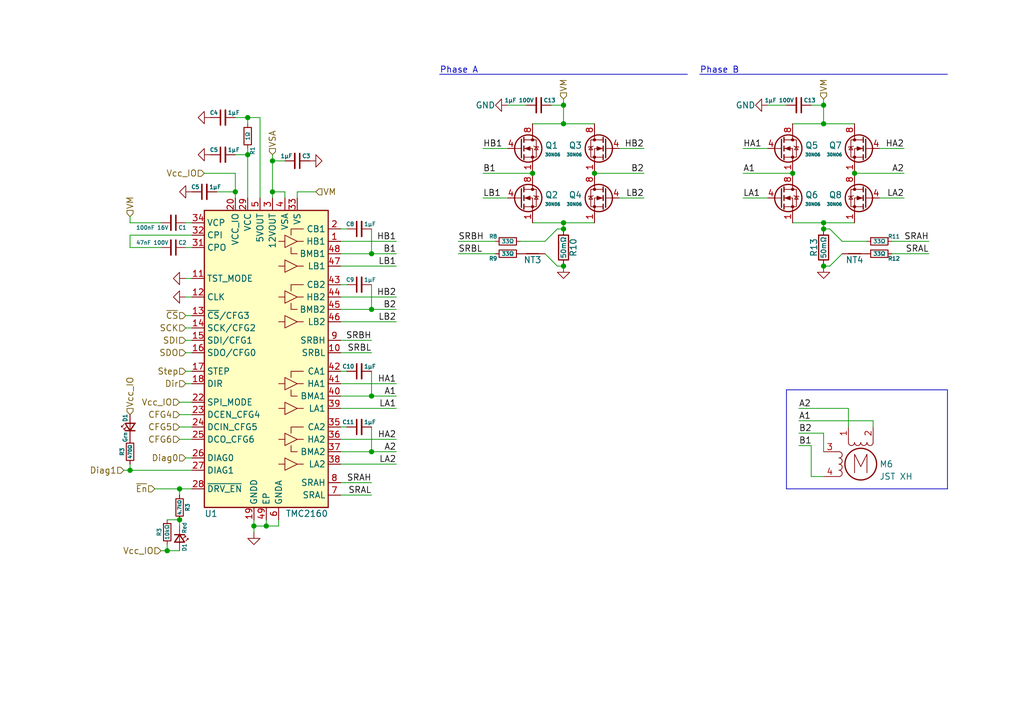
<source format=kicad_sch>
(kicad_sch (version 20231120) (generator "eeschema") (generator_version "8.0")
  (paper "A5")
  (title_block (title "Integrated TMCx160 Driver Block") (company "Meridi Engineering") (comment 1 "High voltage, high current stepper motor driver block powered by the TMC2160/5160 chip"))
  (lib_symbols
    (symbol "Device:C_Small" (pin_numbers hide) (pin_names (offset 0.254) hide)
      (property "Reference" "C" (at 0.254 1.778 0))
      (property "Value" "C_Small" (at 0.254 -2.032 0))
      (symbol "C_Small_0_1"
        (polyline (pts (xy -1.524 -0.508) (xy 1.524 -0.508)) (stroke (width 0.3302)))
        (polyline (pts (xy -1.524 0.508) (xy 1.524 0.508)) (stroke (width 0.3048)))
      )
      (symbol "C_Small_1_1"
        (pin passive line (at 0 2.54 270) (length 2.032) (name "~") (number "1"))
        (pin passive line (at 0 -2.54 90) (length 2.032) (name "~") (number "2"))
      )
    )
    (symbol "Device:LED_Small" (pin_numbers hide) (pin_names (offset 0.254) hide)
      (property "Reference" "D" (at -1.27 3.175 0))
      (property "Value" "LED_Small" (at -4.445 -2.54 0))
      (symbol "LED_Small_0_1"
        (polyline (pts (xy -0.762 -1.016) (xy -0.762 1.016)) (stroke (width 0.254)))
        (polyline (pts (xy 1.016 0) (xy -0.762 0)))
        (polyline (pts (xy 0.762 -1.016) (xy -0.762 0) (xy 0.762 1.016) (xy 0.762 -1.016)) (stroke (width 0.254)))
        (polyline (pts (xy 0 0.762) (xy -0.508 1.27) (xy -0.254 1.27) (xy -0.508 1.27) (xy -0.508 1.016)))
        (polyline (pts (xy 0.508 1.27) (xy 0 1.778) (xy 0.254 1.778) (xy 0 1.778) (xy 0 1.524)))
      )
      (symbol "LED_Small_1_1"
        (pin passive line (at -2.54 0 0) (length 1.778) (name "K") (number "1"))
        (pin passive line (at 2.54 0 180) (length 1.778) (name "A") (number "2"))
      )
    )
    (symbol "Device:NetTie_2" (pin_numbers hide) (pin_names (offset 0) hide) (in_bom no)
      (property "Reference" "NT" (at 0 1.27 0))
      (property "Value" "NetTie_2" (at 0 -1.27 0))
      (symbol "NetTie_2_0_1"
        (polyline (pts (xy -1.27 0) (xy 1.27 0)) (stroke (width 0.254)))
      )
      (symbol "NetTie_2_1_1"
        (pin passive line (at -2.54 0 0) (length 2.54) (name "1") (number "1"))
        (pin passive line (at 2.54 0 180) (length 2.54) (name "2") (number "2"))
      )
    )
    (symbol "Device:R" (pin_numbers hide) (pin_names (offset 0))
      (property "Reference" "R" (at 2.032 0 90))
      (property "Value" "R" (at 0 0 90))
      (symbol "R_0_1"
        (rectangle (start -1.016 -2.54) (end 1.016 2.54) (stroke (width 0.254)))
      )
      (symbol "R_1_1"
        (pin passive line (at 0 3.81 270) (length 1.27) (name "~") (number "1"))
        (pin passive line (at 0 -3.81 90) (length 1.27) (name "~") (number "2"))
      )
    )
    (symbol "Device:R_Small" (pin_numbers hide) (pin_names (offset 0.254) hide)
      (property "Reference" "R" (at 0.762 0.508 0))
      (property "Value" "R_Small" (at 0.762 -1.016 0))
      (symbol "R_Small_0_1"
        (rectangle (start -0.762 1.778) (end 0.762 -1.778) (stroke (width 0.2032)))
      )
      (symbol "R_Small_1_1"
        (pin passive line (at 0 2.54 270) (length 0.762) (name "~") (number "1"))
        (pin passive line (at 0 -2.54 90) (length 0.762) (name "~") (number "2"))
      )
    )
    (symbol "GND_1" (power) (pin_names (offset 0))
      (property "Value" "GND_1" (at 0 -3.81 0))
      (symbol "GND_1_0_1"
        (polyline (pts (xy 0 0) (xy 0 -1.27) (xy 1.27 -1.27) (xy 0 -2.54) (xy -1.27 -1.27) (xy 0 -1.27)))
      )
      (symbol "GND_1_1_1"
        (pin power_in line (at 0 0 270) (length 0) hide (name "GND") (number "1"))
      )
    )
    (symbol "Motor:Stepper_Motor_bipolar" (pin_names (offset 0) hide)
      (property "Reference" "M" (at 3.81 2.54 0))
      (property "Value" "Stepper_Motor_bipolar" (at 3.81 1.27 0))
      (symbol "Stepper_Motor_bipolar_0_0"
        (polyline (pts (xy -1.27 -1.778) (xy -1.27 2.032) (xy 0 -0.508) (xy 1.27 2.032) (xy 1.27 -1.778)))
      )
      (symbol "Stepper_Motor_bipolar_0_1"
        (arc (start -4.445 -2.54) (mid -3.8127 -1.905) (end -4.445 -1.27))
        (arc (start -4.445 -1.27) (mid -3.8127 -0.635) (end -4.445 0))
        (arc (start -4.445 0) (mid -3.8127 0.635) (end -4.445 1.27))
        (arc (start -4.445 1.27) (mid -3.8127 1.905) (end -4.445 2.54))
        (arc (start -2.54 4.445) (mid -1.905 3.8127) (end -1.27 4.445))
        (arc (start -1.27 4.445) (mid -0.635 3.8127) (end 0 4.445))
        (polyline (pts (xy -5.08 -2.54) (xy -4.445 -2.54)))
        (polyline (pts (xy -5.08 2.54) (xy -4.445 2.54)))
        (polyline (pts (xy -2.54 5.08) (xy -2.54 4.445)))
        (polyline (pts (xy 2.54 5.08) (xy 2.54 4.445)))
        (circle (center 0 0) (radius 3.2512) (stroke (width 0.254)))
        (arc (start 0 4.445) (mid 0.635 3.8127) (end 1.27 4.445))
        (arc (start 1.27 4.445) (mid 1.905 3.8127) (end 2.54 4.445))
      )
      (symbol "Stepper_Motor_bipolar_1_1"
        (pin passive line (at -2.54 7.62 270) (length 2.54) (name "~") (number "1"))
        (pin passive line (at 2.54 7.62 270) (length 2.54) (name "-") (number "2"))
        (pin passive line (at -7.62 2.54 0) (length 2.54) (name "~") (number "3"))
        (pin passive line (at -7.62 -2.54 0) (length 2.54) (name "~") (number "4"))
      )
    )
    (symbol "corevus:NMOS_DFN8" (pin_names hide)
      (property "Reference" "Q" (at 3.81 0 0))
      (property "Value" "NMOS" (at 3.81 -1.27 0))
      (symbol "NMOS_DFN8_0_1"
        (polyline (pts (xy -1.016 0) (xy -2.54 0)))
        (polyline (pts (xy -1.016 1.905) (xy -1.016 -1.905)) (stroke (width 0.254)))
        (polyline (pts (xy -0.508 -1.27) (xy -0.508 -2.286)) (stroke (width 0.254)))
        (polyline (pts (xy -0.508 0.508) (xy -0.508 -0.508)) (stroke (width 0.254)))
        (polyline (pts (xy -0.508 2.286) (xy -0.508 1.27)) (stroke (width 0.254)))
        (polyline (pts (xy 1.27 2.54) (xy 1.27 1.778)))
        (polyline (pts (xy 1.27 -2.54) (xy 1.27 0) (xy -0.508 0)))
        (polyline (pts (xy -0.508 -1.778) (xy 2.032 -1.778) (xy 2.032 1.778) (xy -0.508 1.778)))
        (polyline (pts (xy -0.254 0) (xy 0.762 0.381) (xy 0.762 -0.381) (xy -0.254 0)) (fill (type outline)))
        (polyline (pts (xy 1.524 0.508) (xy 1.651 0.381) (xy 2.413 0.381) (xy 2.54 0.254)))
        (polyline (pts (xy 2.032 0.381) (xy 1.651 -0.254) (xy 2.413 -0.254) (xy 2.032 0.381)))
        (circle (center 0.381 0) (radius 2.794) (stroke (width 0.254)))
        (circle (center 1.27 -1.778) (radius 0.254) (fill (type outline)))
        (circle (center 1.27 1.778) (radius 0.254) (fill (type outline)))
      )
      (symbol "NMOS_DFN8_1_1"
        (pin unspecified line (at 1.27 -5.08 90) (length 2.54) (name "S") (number "1"))
        (pin unspecified line (at 1.27 -5.08 90) (length 2.54) hide (name "S") (number "2"))
        (pin unspecified line (at 1.27 -5.08 90) (length 2.54) hide (name "S") (number "3"))
        (pin unspecified line (at -3.81 0 0) (length 1.27) (name "G") (number "4"))
        (pin unspecified line (at 1.27 5.08 270) (length 2.54) hide (name "D") (number "5"))
        (pin unspecified line (at 1.27 5.08 270) (length 2.54) hide (name "D") (number "6"))
        (pin unspecified line (at 1.27 5.08 270) (length 2.54) hide (name "D") (number "7"))
        (pin unspecified line (at 1.27 5.08 270) (length 2.54) (name "D") (number "8"))
      )
    )
    (symbol "corevus:TMC2160A-TA"
      (property "Reference" "U" (at -12.7 -31.75 0))
      (property "Value" "TMC2160" (at 12.7 -31.75 0))
      (symbol "TMC2160A-TA_0_1"
        (polyline (pts (xy 3.81 -21.59) (xy 2.54 -21.59)))
        (polyline (pts (xy 3.81 -16.51) (xy 2.54 -16.51)))
        (polyline (pts (xy 3.81 -10.16) (xy 2.54 -10.16)))
        (polyline (pts (xy 3.81 -5.08) (xy 2.54 -5.08)))
        (polyline (pts (xy 3.81 7.62) (xy 2.54 7.62)))
        (polyline (pts (xy 3.81 12.7) (xy 2.54 12.7)))
        (polyline (pts (xy 3.81 19.05) (xy 2.54 19.05)))
        (polyline (pts (xy 3.81 24.13) (xy 2.54 24.13)))
        (polyline (pts (xy 6.35 -21.59) (xy 7.62 -21.59)))
        (polyline (pts (xy 6.35 -10.16) (xy 7.62 -10.16)))
        (polyline (pts (xy 6.35 7.62) (xy 7.62 7.62)))
        (polyline (pts (xy 6.35 19.05) (xy 7.62 19.05)))
        (polyline (pts (xy 7.62 -16.51) (xy 6.35 -16.51)))
        (polyline (pts (xy 7.62 -5.08) (xy 6.35 -5.08)))
        (polyline (pts (xy 7.62 12.7) (xy 6.35 12.7)))
        (polyline (pts (xy 7.62 24.13) (xy 6.35 24.13)))
        (polyline (pts (xy 5.08 -17.78) (xy 5.08 -19.05) (xy 6.35 -19.05)))
        (polyline (pts (xy 5.08 -15.24) (xy 5.08 -13.97) (xy 7.62 -13.97)))
        (polyline (pts (xy 5.08 -6.35) (xy 5.08 -7.62) (xy 6.35 -7.62)))
        (polyline (pts (xy 5.08 -3.81) (xy 5.08 -2.54) (xy 7.62 -2.54)))
        (polyline (pts (xy 5.08 11.43) (xy 5.08 10.16) (xy 6.35 10.16)))
        (polyline (pts (xy 5.08 13.97) (xy 5.08 15.24) (xy 7.62 15.24)))
        (polyline (pts (xy 5.08 22.86) (xy 5.08 21.59) (xy 6.35 21.59)))
        (polyline (pts (xy 5.08 25.4) (xy 5.08 26.67) (xy 7.62 26.67)))
        (polyline (pts (xy 6.35 -21.59) (xy 3.81 -20.32) (xy 3.81 -22.86) (xy 6.35 -21.59)))
        (polyline (pts (xy 6.35 -16.51) (xy 3.81 -15.24) (xy 3.81 -17.78) (xy 6.35 -16.51)))
        (polyline (pts (xy 6.35 -10.16) (xy 3.81 -8.89) (xy 3.81 -11.43) (xy 6.35 -10.16)))
        (polyline (pts (xy 6.35 -5.08) (xy 3.81 -3.81) (xy 3.81 -6.35) (xy 6.35 -5.08)))
        (polyline (pts (xy 6.35 7.62) (xy 3.81 8.89) (xy 3.81 6.35) (xy 6.35 7.62)))
        (polyline (pts (xy 6.35 12.7) (xy 3.81 13.97) (xy 3.81 11.43) (xy 6.35 12.7)))
        (polyline (pts (xy 6.35 19.05) (xy 3.81 20.32) (xy 3.81 17.78) (xy 6.35 19.05)))
        (polyline (pts (xy 6.35 24.13) (xy 3.81 25.4) (xy 3.81 22.86) (xy 6.35 24.13)))
      )
      (symbol "TMC2160A-TA_1_1"
        (rectangle (start -12.7 30.48) (end 12.7 -30.48) (stroke (width 0.254)) (fill (type background)))
        (pin output line (at 15.24 24.13 180) (length 2.54) (name "HB1") (number "1"))
        (pin input line (at 15.24 1.27 180) (length 2.54) (name "SRBL") (number "10"))
        (pin input line (at -15.24 16.51 0) (length 2.54) (name "TST_MODE") (number "11"))
        (pin input line (at -15.24 12.7 0) (length 2.54) (name "CLK") (number "12"))
        (pin input line (at -15.24 8.89 0) (length 2.54) (name "~{CS}/CFG3") (number "13"))
        (pin input line (at -15.24 6.35 0) (length 2.54) (name "SCK/CFG2") (number "14"))
        (pin input line (at -15.24 3.81 0) (length 2.54) (name "SDI/CFG1") (number "15"))
        (pin passive line (at -15.24 1.27 0) (length 2.54) (name "SDO/CFG0") (number "16"))
        (pin input line (at -15.24 -2.54 0) (length 2.54) (name "STEP") (number "17"))
        (pin input line (at -15.24 -5.08 0) (length 2.54) (name "DIR") (number "18"))
        (pin power_in line (at -2.54 -33.02 90) (length 2.54) (name "GNDD") (number "19"))
        (pin output line (at 15.24 26.67 180) (length 2.54) (name "CB1") (number "2"))
        (pin power_in line (at -6.35 33.02 270) (length 2.54) (name "VCC_IO") (number "20"))
        (pin passive line (at -6.35 33.02 270) (length 2.54) hide (name "VCC_IO") (number "21"))
        (pin input line (at -15.24 -8.89 0) (length 2.54) (name "SPI_MODE") (number "22"))
        (pin input line (at -15.24 -11.43 0) (length 2.54) (name "DCEN_CFG4") (number "23"))
        (pin input line (at -15.24 -13.97 0) (length 2.54) (name "DCIN_CFG5") (number "24"))
        (pin output line (at -15.24 -16.51 0) (length 2.54) (name "DCO_CFG6") (number "25"))
        (pin output line (at -15.24 -20.32 0) (length 2.54) (name "DIAG0") (number "26"))
        (pin output line (at -15.24 -22.86 0) (length 2.54) (name "DIAG1") (number "27"))
        (pin input line (at -15.24 -26.67 0) (length 2.54) (name "~{DRV_EN}") (number "28"))
        (pin power_in line (at -3.81 33.02 270) (length 2.54) (name "VCC") (number "29"))
        (pin power_in line (at 1.27 33.02 270) (length 2.54) (name "12VOUT") (number "3"))
        (pin passive line (at -2.54 -33.02 90) (length 2.54) hide (name "GNDD") (number "30"))
        (pin passive line (at -15.24 22.86 0) (length 2.54) (name "CPO") (number "31"))
        (pin passive line (at -15.24 25.4 0) (length 2.54) (name "CPI") (number "32"))
        (pin power_in line (at 6.35 33.02 270) (length 2.54) (name "VS") (number "33"))
        (pin passive line (at -15.24 27.94 0) (length 2.54) (name "VCP") (number "34"))
        (pin passive line (at 15.24 -13.97 180) (length 2.54) (name "CA2") (number "35"))
        (pin output line (at 15.24 -16.51 180) (length 2.54) (name "HA2") (number "36"))
        (pin passive line (at 15.24 -19.05 180) (length 2.54) (name "BMA2") (number "37"))
        (pin output line (at 15.24 -21.59 180) (length 2.54) (name "LA2") (number "38"))
        (pin output line (at 15.24 -10.16 180) (length 2.54) (name "LA1") (number "39"))
        (pin power_in line (at 3.81 33.02 270) (length 2.54) (name "VSA") (number "4"))
        (pin passive line (at 15.24 -7.62 180) (length 2.54) (name "BMA1") (number "40"))
        (pin output line (at 15.24 -5.08 180) (length 2.54) (name "HA1") (number "41"))
        (pin output line (at 15.24 -2.54 180) (length 2.54) (name "CA1") (number "42"))
        (pin passive line (at 15.24 15.24 180) (length 2.54) (name "CB2") (number "43"))
        (pin output line (at 15.24 12.7 180) (length 2.54) (name "HB2") (number "44"))
        (pin passive line (at 15.24 10.16 180) (length 2.54) (name "BMB2") (number "45"))
        (pin output line (at 15.24 7.62 180) (length 2.54) (name "LB2") (number "46"))
        (pin output line (at 15.24 19.05 180) (length 2.54) (name "LB1") (number "47"))
        (pin passive line (at 15.24 21.59 180) (length 2.54) (name "BMB1") (number "48"))
        (pin power_in line (at 0 -33.02 90) (length 2.54) (name "EP") (number "49"))
        (pin power_out line (at -1.27 33.02 270) (length 2.54) (name "5VOUT") (number "5"))
        (pin power_in line (at 2.54 -33.02 90) (length 2.54) (name "GNDA") (number "6"))
        (pin input line (at 15.24 -27.94 180) (length 2.54) (name "SRAL") (number "7"))
        (pin input line (at 15.24 -25.4 180) (length 2.54) (name "SRAH") (number "8"))
        (pin input line (at 15.24 3.81 180) (length 2.54) (name "SRBH") (number "9"))
      )
    )
    (symbol "power:GND" (power) (pin_names (offset 0))
      (property "Value" "GND" (at 0 -3.81 0))
      (symbol "GND_0_1"
        (polyline (pts (xy 0 0) (xy 0 -1.27) (xy 1.27 -1.27) (xy 0 -2.54) (xy -1.27 -1.27) (xy 0 -1.27)))
      )
      (symbol "GND_1_1"
        (pin power_in line (at 0 0 270) (length 0) hide (name "GND") (number "1"))
      )
    )
  )
  (junction (at 168.91 25.4))
  (junction (at 168.91 45.72))
  (junction (at 54.61 107.95))
  (junction (at 76.2 63.5))
  (junction (at 55.88 33.02))
  (junction (at 121.92 35.56))
  (junction (at 168.91 54.61))
  (junction (at 115.57 54.61))
  (junction (at 76.2 52.07))
  (junction (at 55.88 39.37))
  (junction (at 115.57 45.72))
  (junction (at 50.8 31.75))
  (junction (at 109.22 35.56))
  (junction (at 175.26 35.56))
  (junction (at 115.57 21.59))
  (junction (at 115.57 25.4))
  (junction (at 168.91 46.99))
  (junction (at 48.26 39.37))
  (junction (at 36.83 106.68))
  (junction (at 26.67 96.52))
  (junction (at 76.2 92.71))
  (junction (at 34.29 113.03))
  (junction (at 162.56 35.56))
  (junction (at 76.2 81.28))
  (junction (at 36.83 100.33))
  (junction (at 115.57 46.99))
  (junction (at 52.07 107.95))
  (junction (at 50.8 24.13))
  (junction (at 168.91 21.59))
  (wire (pts (xy 34.29 113.03) (xy 36.83 113.03)))
  (wire (pts (xy 76.2 63.5) (xy 81.28 63.5)))
  (wire (pts (xy 55.88 31.75) (xy 55.88 33.02)))
  (wire (pts (xy 170.18 46.99) (xy 168.91 46.99)))
  (wire (pts (xy 38.1 93.98) (xy 39.37 93.98)))
  (wire (pts (xy 69.85 60.96) (xy 81.28 60.96)))
  (polyline (pts (xy 143.51 15.24) (xy 194.31 15.24)))
  (wire (pts (xy 53.34 40.64) (xy 53.34 24.13)))
  (wire (pts (xy 115.57 45.72) (xy 121.92 45.72)))
  (wire (pts (xy 173.99 83.82) (xy 173.99 87.63)))
  (wire (pts (xy 76.2 92.71) (xy 69.85 92.71)))
  (wire (pts (xy 38.1 72.39) (xy 39.37 72.39)))
  (wire (pts (xy 168.91 21.59) (xy 168.91 25.4)))
  (wire (pts (xy 38.1 76.2) (xy 39.37 76.2)))
  (wire (pts (xy 185.42 30.48) (xy 180.34 30.48)))
  (wire (pts (xy 168.91 20.32) (xy 168.91 21.59)))
  (wire (pts (xy 48.26 24.13) (xy 50.8 24.13)))
  (wire (pts (xy 76.2 63.5) (xy 69.85 63.5)))
  (wire (pts (xy 54.61 106.68) (xy 54.61 107.95)))
  (wire (pts (xy 26.67 95.25) (xy 26.67 96.52)))
  (polyline (pts (xy 194.31 100.33) (xy 194.31 80.01)))
  (wire (pts (xy 53.34 24.13) (xy 50.8 24.13)))
  (wire (pts (xy 76.2 99.06) (xy 69.85 99.06)))
  (wire (pts (xy 152.4 40.64) (xy 157.48 40.64)))
  (wire (pts (xy 69.85 54.61) (xy 81.28 54.61)))
  (wire (pts (xy 76.2 92.71) (xy 81.28 92.71)))
  (wire (pts (xy 54.61 107.95) (xy 57.15 107.95)))
  (wire (pts (xy 121.92 35.56) (xy 132.08 35.56)))
  (wire (pts (xy 99.06 30.48) (xy 104.14 30.48)))
  (wire (pts (xy 71.12 46.99) (xy 69.85 46.99)))
  (wire (pts (xy 163.83 83.82) (xy 173.99 83.82)))
  (wire (pts (xy 168.91 88.9) (xy 168.91 92.71)))
  (wire (pts (xy 152.4 30.48) (xy 157.48 30.48)))
  (wire (pts (xy 60.96 39.37) (xy 60.96 40.64)))
  (wire (pts (xy 50.8 31.75) (xy 50.8 40.64)))
  (wire (pts (xy 33.02 113.03) (xy 34.29 113.03)))
  (wire (pts (xy 76.2 58.42) (xy 76.2 63.5)))
  (wire (pts (xy 64.77 39.37) (xy 60.96 39.37)))
  (wire (pts (xy 36.83 82.55) (xy 39.37 82.55)))
  (wire (pts (xy 36.83 85.09) (xy 39.37 85.09)))
  (wire (pts (xy 168.91 45.72) (xy 168.91 46.99)))
  (wire (pts (xy 44.45 39.37) (xy 48.26 39.37)))
  (wire (pts (xy 58.42 33.02) (xy 55.88 33.02)))
  (wire (pts (xy 190.5 52.07) (xy 182.88 52.07)))
  (wire (pts (xy 162.56 25.4) (xy 168.91 25.4)))
  (wire (pts (xy 76.2 87.63) (xy 76.2 92.71)))
  (wire (pts (xy 36.83 90.17) (xy 39.37 90.17)))
  (polyline (pts (xy 90.17 15.24) (xy 140.97 15.24)))
  (wire (pts (xy 168.91 45.72) (xy 175.26 45.72)))
  (wire (pts (xy 26.67 48.26) (xy 26.67 50.8)))
  (wire (pts (xy 93.98 49.53) (xy 101.6 49.53)))
  (wire (pts (xy 48.26 31.75) (xy 50.8 31.75)))
  (wire (pts (xy 54.61 107.95) (xy 52.07 107.95)))
  (wire (pts (xy 76.2 52.07) (xy 81.28 52.07)))
  (wire (pts (xy 58.42 39.37) (xy 58.42 40.64)))
  (wire (pts (xy 25.4 96.52) (xy 26.67 96.52)))
  (wire (pts (xy 31.75 100.33) (xy 36.83 100.33)))
  (wire (pts (xy 163.83 91.44) (xy 166.37 91.44)))
  (wire (pts (xy 38.1 60.96) (xy 39.37 60.96)))
  (wire (pts (xy 132.08 40.64) (xy 127 40.64)))
  (wire (pts (xy 55.88 39.37) (xy 55.88 40.64)))
  (wire (pts (xy 52.07 109.22) (xy 52.07 107.95)))
  (wire (pts (xy 76.2 69.85) (xy 69.85 69.85)))
  (wire (pts (xy 115.57 25.4) (xy 121.92 25.4)))
  (wire (pts (xy 115.57 20.32) (xy 115.57 21.59)))
  (wire (pts (xy 111.76 52.07) (xy 114.3 54.61)))
  (wire (pts (xy 109.22 25.4) (xy 115.57 25.4)))
  (wire (pts (xy 34.29 113.03) (xy 34.29 111.76)))
  (wire (pts (xy 115.57 45.72) (xy 115.57 46.99)))
  (wire (pts (xy 38.1 57.15) (xy 39.37 57.15)))
  (wire (pts (xy 163.83 88.9) (xy 168.91 88.9)))
  (wire (pts (xy 26.67 48.26) (xy 39.37 48.26)))
  (wire (pts (xy 111.76 49.53) (xy 106.68 49.53)))
  (wire (pts (xy 170.18 54.61) (xy 168.91 54.61)))
  (wire (pts (xy 166.37 21.59) (xy 168.91 21.59)))
  (wire (pts (xy 38.1 69.85) (xy 39.37 69.85)))
  (wire (pts (xy 115.57 21.59) (xy 115.57 25.4)))
  (wire (pts (xy 166.37 97.79) (xy 168.91 97.79)))
  (polyline (pts (xy 161.29 100.33) (xy 194.31 100.33)))
  (wire (pts (xy 76.2 52.07) (xy 69.85 52.07)))
  (wire (pts (xy 71.12 87.63) (xy 69.85 87.63)))
  (wire (pts (xy 50.8 24.13) (xy 50.8 25.4)))
  (polyline (pts (xy 161.29 80.01) (xy 161.29 100.33)))
  (wire (pts (xy 114.3 46.99) (xy 115.57 46.99)))
  (wire (pts (xy 172.72 49.53) (xy 177.8 49.53)))
  (wire (pts (xy 114.3 54.61) (xy 115.57 54.61)))
  (wire (pts (xy 41.91 35.56) (xy 48.26 35.56)))
  (wire (pts (xy 36.83 100.33) (xy 36.83 101.6)))
  (wire (pts (xy 69.85 49.53) (xy 81.28 49.53)))
  (wire (pts (xy 48.26 39.37) (xy 48.26 40.64)))
  (wire (pts (xy 163.83 86.36) (xy 179.07 86.36)))
  (wire (pts (xy 172.72 49.53) (xy 170.18 46.99)))
  (wire (pts (xy 69.85 78.74) (xy 81.28 78.74)))
  (wire (pts (xy 26.67 44.45) (xy 26.67 45.72)))
  (wire (pts (xy 185.42 40.64) (xy 180.34 40.64)))
  (wire (pts (xy 71.12 58.42) (xy 69.85 58.42)))
  (wire (pts (xy 76.2 46.99) (xy 76.2 52.07)))
  (wire (pts (xy 99.06 35.56) (xy 109.22 35.56)))
  (wire (pts (xy 55.88 39.37) (xy 58.42 39.37)))
  (wire (pts (xy 52.07 107.95) (xy 52.07 106.68)))
  (wire (pts (xy 34.29 106.68) (xy 36.83 106.68)))
  (wire (pts (xy 50.8 30.48) (xy 50.8 31.75)))
  (wire (pts (xy 168.91 25.4) (xy 175.26 25.4)))
  (wire (pts (xy 69.85 83.82) (xy 81.28 83.82)))
  (wire (pts (xy 152.4 35.56) (xy 162.56 35.56)))
  (wire (pts (xy 93.98 52.07) (xy 101.6 52.07)))
  (wire (pts (xy 115.57 45.72) (xy 109.22 45.72)))
  (wire (pts (xy 71.12 76.2) (xy 69.85 76.2)))
  (wire (pts (xy 55.88 33.02) (xy 55.88 39.37)))
  (wire (pts (xy 113.03 21.59) (xy 115.57 21.59)))
  (wire (pts (xy 162.56 45.72) (xy 168.91 45.72)))
  (wire (pts (xy 76.2 76.2) (xy 76.2 81.28)))
  (wire (pts (xy 132.08 30.48) (xy 127 30.48)))
  (wire (pts (xy 175.26 35.56) (xy 185.42 35.56)))
  (wire (pts (xy 76.2 101.6) (xy 69.85 101.6)))
  (wire (pts (xy 38.1 50.8) (xy 39.37 50.8)))
  (wire (pts (xy 26.67 45.72) (xy 33.02 45.72)))
  (wire (pts (xy 99.06 40.64) (xy 104.14 40.64)))
  (wire (pts (xy 69.85 95.25) (xy 81.28 95.25)))
  (wire (pts (xy 57.15 107.95) (xy 57.15 106.68)))
  (wire (pts (xy 69.85 90.17) (xy 81.28 90.17)))
  (wire (pts (xy 26.67 50.8) (xy 33.02 50.8)))
  (wire (pts (xy 36.83 107.95) (xy 36.83 106.68)))
  (wire (pts (xy 69.85 66.04) (xy 81.28 66.04)))
  (wire (pts (xy 157.48 21.59) (xy 161.29 21.59)))
  (wire (pts (xy 76.2 81.28) (xy 69.85 81.28)))
  (wire (pts (xy 38.1 78.74) (xy 39.37 78.74)))
  (wire (pts (xy 76.2 72.39) (xy 69.85 72.39)))
  (wire (pts (xy 38.1 64.77) (xy 39.37 64.77)))
  (wire (pts (xy 36.83 87.63) (xy 39.37 87.63)))
  (wire (pts (xy 179.07 86.36) (xy 179.07 87.63)))
  (wire (pts (xy 36.83 100.33) (xy 39.37 100.33)))
  (wire (pts (xy 111.76 49.53) (xy 114.3 46.99)))
  (wire (pts (xy 38.1 67.31) (xy 39.37 67.31)))
  (wire (pts (xy 104.14 21.59) (xy 107.95 21.59)))
  (wire (pts (xy 172.72 52.07) (xy 170.18 54.61)))
  (wire (pts (xy 190.5 49.53) (xy 182.88 49.53)))
  (wire (pts (xy 48.26 35.56) (xy 48.26 39.37)))
  (wire (pts (xy 166.37 91.44) (xy 166.37 97.79)))
  (wire (pts (xy 38.1 45.72) (xy 39.37 45.72)))
  (wire (pts (xy 26.67 96.52) (xy 39.37 96.52)))
  (polyline (pts (xy 161.29 80.01) (xy 194.31 80.01)))
  (wire (pts (xy 76.2 81.28) (xy 81.28 81.28)))
  (text "Phase A" (at 90.17 15.24 0) (effects (font (size 1.27 1.27)) (justify left bottom)))
  (text "Phase B" (at 143.51 15.24 0) (effects (font (size 1.27 1.27)) (justify left bottom)))
  (label "HB2" (at 81.28 60.96 180))
  (label "LA2" (at 81.28 95.25 180))
  (label "B2" (at 132.08 35.56 180))
  (label "SRAH" (at 190.5 49.53 180))
  (label "A1" (at 163.83 86.36 0))
  (label "LB1" (at 81.28 54.61 180))
  (label "HA2" (at 185.42 30.48 180))
  (label "A1" (at 152.4 35.56 0))
  (label "A2" (at 163.83 83.82 0))
  (label "LA2" (at 185.42 40.64 180))
  (label "LB1" (at 99.06 40.64 0))
  (label "HA1" (at 81.28 78.74 180))
  (label "HA1" (at 152.4 30.48 0))
  (label "A2" (at 185.42 35.56 180))
  (label "A1" (at 81.28 81.28 180))
  (label "B1" (at 163.83 91.44 0))
  (label "SRBL" (at 93.98 52.07 0))
  (label "B1" (at 81.28 52.07 180))
  (label "B1" (at 99.06 35.56 0))
  (label "LB2" (at 81.28 66.04 180))
  (label "HB2" (at 132.08 30.48 180))
  (label "SRAL" (at 190.5 52.07 180))
  (label "SRBH" (at 76.2 69.85 180))
  (label "B2" (at 81.28 63.5 180))
  (label "A2" (at 81.28 92.71 180))
  (label "SRAL" (at 76.2 101.6 180))
  (label "SRBH" (at 93.98 49.53 0))
  (label "LA1" (at 81.28 83.82 180))
  (label "HB1" (at 99.06 30.48 0))
  (label "LA1" (at 152.4 40.64 0))
  (label "HA2" (at 81.28 90.17 180))
  (label "HB1" (at 81.28 49.53 180))
  (label "B2" (at 163.83 88.9 0))
  (label "LB2" (at 132.08 40.64 180))
  (label "SRBL" (at 76.2 72.39 180))
  (label "SRAH" (at 76.2 99.06 180))
  (hierarchical_label "Diag1" (shape input) (at 25.4 96.52 180))
  (hierarchical_label "VM" (shape input) (at 64.77 39.37 0))
  (hierarchical_label "CFG4" (shape input) (at 36.83 85.09 180))
  (hierarchical_label "Vcc_IO" (shape input) (at 41.91 35.56 180))
  (hierarchical_label "SCK" (shape input) (at 38.1 67.31 180))
  (hierarchical_label "VSA" (shape input) (at 55.88 31.75 90))
  (hierarchical_label "SDO" (shape input) (at 38.1 72.39 180))
  (hierarchical_label "Vcc_IO" (shape input) (at 26.67 85.09 90))
  (hierarchical_label "Vcc_IO" (shape input) (at 33.02 113.03 180))
  (hierarchical_label "SDI" (shape input) (at 38.1 69.85 180))
  (hierarchical_label "~{CS}" (shape input) (at 38.1 64.77 180))
  (hierarchical_label "VM" (shape input) (at 168.91 20.32 90))
  (hierarchical_label "Vcc_IO" (shape input) (at 36.83 82.55 180))
  (hierarchical_label "Diag0" (shape input) (at 38.1 93.98 180))
  (hierarchical_label "~{En}" (shape input) (at 31.75 100.33 180))
  (hierarchical_label "Step" (shape input) (at 38.1 76.2 180))
  (hierarchical_label "Dir" (shape input) (at 38.1 78.74 180))
  (hierarchical_label "CFG6" (shape input) (at 36.83 90.17 180))
  (hierarchical_label "VM" (shape input) (at 26.67 44.45 90))
  (hierarchical_label "CFG5" (shape input) (at 36.83 87.63 180))
  (hierarchical_label "VM" (shape input) (at 115.57 20.32 90))
  (symbol (lib_id "Device:R_Small") (at 180.34 52.07 90) (mirror x) (unit 1)
    (property "Reference" "R12" (at 183.34 53.07 90) (effects (font (size 0.8 0.8))))
    (property "Value" "33Ω" (at 180.34 52.07 90) (effects (font (size 0.8 0.8))))
    (property "Footprint" "AlphaLib:0402R" (effects (hide yes)))
    (instances (project "driver-tmc2160" (path "" (reference "R12") (unit 1))) (project "corevus-g" (path "" (reference "R46") (unit 1)) (path "" (reference "R38") (unit 1))))
  )
  (symbol (lib_id "Device:R") (at 115.57 50.8 0) (unit 1)
    (property "Reference" "R10" (at 116.84 50.8 90) (effects (justify top)))
    (property "Value" "50mΩ" (at 115.57 50.8 90) (effects (font (size 1 1))))
    (property "Footprint" "Resistor_SMD:R_1206_3216Metric" (effects (hide yes)))
    (instances (project "driver-tmc2160" (path "" (reference "R10") (unit 1))) (project "corevus-g" (path "" (reference "R43") (unit 1)) (path "" (reference "R35") (unit 1))))
  )
  (symbol (lib_id "Device:C_Small") (at 35.56 50.8 270) (unit 1)
    (property "Reference" "C2" (at 36.56 49.8 90) (effects (font (size 0.8 0.8)) (justify left)))
    (property "Value" "47nF 100V" (at 34.56 49.8 90) (effects (font (size 0.8 0.8)) (justify right)))
    (property "Footprint" "AlphaLib:0402C" (effects (hide yes)))
    (instances (project "driver-tmc5160" (path "" (reference "C2") (unit 1))) (project "corevus-g" (path "" (reference "C55") (unit 1)) (path "" (reference "C40") (unit 1))))
  )
  (symbol (lib_id "Device:R_Small") (at 34.29 109.22 0) (mirror x) (unit 1)
    (property "Reference" "R3" (at 32.66 109.22 90) (effects (font (size 0.8 0.8))))
    (property "Value" "10kΩ" (at 34.29 109.22 90) (effects (font (size 0.8 0.8))))
    (property "Footprint" "AlphaLib:0402R" (effects (hide yes)))
    (instances (project "driver-tmc5160" (path "" (reference "R3") (unit 1))) (project "corevus-g" (path "" (reference "R107") (unit 1)) (path "" (reference "R106") (unit 1))))
  )
  (symbol (lib_id "Device:R") (at 168.91 50.8 0) (mirror y) (unit 1)
    (property "Reference" "R13" (at 167.64 50.8 90) (effects (justify top)))
    (property "Value" "50mΩ" (at 168.91 50.8 90) (effects (font (size 1 1))))
    (property "Footprint" "Resistor_SMD:R_1206_3216Metric" (effects (hide yes)))
    (instances (project "driver-tmc2160" (path "" (reference "R13") (unit 1))) (project "corevus-g" (path "" (reference "R44") (unit 1)) (path "" (reference "R36") (unit 1))))
  )
  (symbol (lib_id "power:GND") (at 38.1 57.15 270) (unit 1)
    (property "Reference" "#PWR06" (effects (hide yes)))
    (property "Value" "GND" (effects (hide yes)))
    (instances (project "driver-tmc5160" (path "" (reference "#PWR06") (unit 1))) (project "corevus-g" (path "" (reference "#PWR025") (unit 1)) (path "" (reference "#PWR020") (unit 1))))
  )
  (symbol (lib_id "Device:C_Small") (at 73.66 76.2 90) (mirror x) (unit 1)
    (property "Reference" "C10" (at 72.66 75.2 90) (effects (font (size 0.8 0.8)) (justify left)))
    (property "Value" "1μF" (at 74.66 75.2 90) (effects (font (size 0.8 0.8)) (justify right)))
    (property "Footprint" "AlphaLib:0402C" (effects (hide yes)))
    (instances (project "driver-tmc2160" (path "" (reference "C10") (unit 1))) (project "corevus-g" (path "" (reference "C64") (unit 1)) (path "" (reference "C49") (unit 1))))
  )
  (symbol (lib_id "corevus:NMOS_DFN8") (at 161.29 30.48 0) (unit 1)
    (property "Reference" "Q5" (at 165.1 29.845 0) (effects (justify left)))
    (property "Value" "30N06" (at 165.1 31.75 0) (effects (font (size 0.635 0.635)) (justify left)))
    (property "Footprint" "corevus:MOSFET_DFN8" (effects (hide yes)))
    (instances (project "driver-tmc2160" (path "" (reference "Q5") (unit 1))) (project "corevus-g" (path "" (reference "Q13") (unit 1)) (path "" (reference "Q5") (unit 1))))
  )
  (symbol (lib_id "Device:C_Small") (at 73.66 46.99 90) (mirror x) (unit 1)
    (property "Reference" "C8" (at 72.66 45.99 90) (effects (font (size 0.8 0.8)) (justify left)))
    (property "Value" "1μF" (at 74.66 45.99 90) (effects (font (size 0.8 0.8)) (justify right)))
    (property "Footprint" "AlphaLib:0402C" (effects (hide yes)))
    (instances (project "driver-tmc2160" (path "" (reference "C8") (unit 1))) (project "corevus-g" (path "" (reference "C62") (unit 1)) (path "" (reference "C47") (unit 1))))
  )
  (symbol (lib_id "power:GND") (at 43.18 24.13 270) (unit 1)
    (property "Reference" "#PWR02" (effects (hide yes)))
    (property "Value" "GND" (effects (hide yes)))
    (instances (project "driver-tmc5160" (path "" (reference "#PWR02") (unit 1))) (project "corevus-g" (path "" (reference "#PWR0146") (unit 1)) (path "" (reference "#PWR0134") (unit 1))))
  )
  (symbol (lib_id "Device:NetTie_2") (at 109.22 52.07 0) (mirror x) (unit 1) (in_bom no)
    (property "Reference" "NT3" (at 109.22 53.34 0))
    (property "Value" "NetTie_2" (effects (hide yes)))
    (property "Footprint" "corevus:NetTie-2_SMD_Pad0.1mm" (effects (hide yes)))
    (instances (project "corevus-g" (path "" (reference "NT3") (unit 1)) (path "" (reference "NT5") (unit 1))))
  )
  (symbol (lib_name "GND_1") (lib_id "power:GND") (at 104.14 21.59 270) (unit 1)
    (property "Reference" "#PWR016" (effects (hide yes)))
    (property "Value" "GND" (at 101.6 21.59 90) (effects (justify right)))
    (instances (project "driver-tmc5160" (path "" (reference "#PWR016") (unit 1))) (project "corevus-g" (path "" (reference "#PWR0151") (unit 1)) (path "" (reference "#PWR0139") (unit 1))))
  )
  (symbol (lib_id "Device:R_Small") (at 26.67 92.71 0) (unit 1)
    (property "Reference" "R3" (at 25.04 92.71 90) (effects (font (size 0.8 0.8))))
    (property "Value" "470Ω" (at 26.67 92.71 90) (effects (font (size 0.7 0.7))))
    (property "Footprint" "AlphaLib:0402R" (effects (hide yes)))
    (instances (project "driver-tmc5160" (path "" (reference "R3") (unit 1))) (project "corevus-g" (path "" (reference "R119") (unit 1)) (path "" (reference "R118") (unit 1))))
  )
  (symbol (lib_id "Device:C_Small") (at 45.72 24.13 90) (mirror x) (unit 1)
    (property "Reference" "C4" (at 44.72 23.13 90) (effects (font (size 0.8 0.8)) (justify left)))
    (property "Value" "1μF" (at 46.72 23.13 90) (effects (font (size 0.8 0.8)) (justify right)))
    (property "Footprint" "AlphaLib:0402C" (effects (hide yes)))
    (instances (project "driver-tmc5160" (path "" (reference "C4") (unit 1))) (project "corevus-g" (path "" (reference "C57") (unit 1)) (path "" (reference "C42") (unit 1))))
  )
  (symbol (lib_id "power:GND") (at 168.91 54.61 0) (unit 1)
    (property "Reference" "#PWR038" (effects (hide yes)))
    (property "Value" "GND" (effects (hide yes)))
    (instances (project "driver-tmc2160" (path "" (reference "#PWR038") (unit 1))) (project "corevus-g" (path "" (reference "#PWR0142") (unit 1)) (path "" (reference "#PWR044") (unit 1))))
  )
  (symbol (lib_id "corevus:NMOS_DFN8") (at 107.95 40.64 0) (unit 1)
    (property "Reference" "Q2" (at 111.76 40.005 0) (effects (justify left)))
    (property "Value" "30N06" (at 111.76 41.91 0) (effects (font (size 0.635 0.635)) (justify left)))
    (property "Footprint" "corevus:MOSFET_DFN8" (effects (hide yes)))
    (instances (project "driver-tmc2160" (path "" (reference "Q2") (unit 1))) (project "corevus-g" (path "" (reference "Q15") (unit 1)) (path "" (reference "Q7") (unit 1))))
  )
  (symbol (lib_id "Device:R_Small") (at 180.34 49.53 90) (unit 1)
    (property "Reference" "R11" (at 183.34 48.53 90) (effects (font (size 0.8 0.8))))
    (property "Value" "33Ω" (at 180.34 49.53 90) (effects (font (size 0.8 0.8))))
    (property "Footprint" "AlphaLib:0402R" (effects (hide yes)))
    (instances (project "driver-tmc2160" (path "" (reference "R11") (unit 1))) (project "corevus-g" (path "" (reference "R42") (unit 1)) (path "" (reference "R34") (unit 1))))
  )
  (symbol (lib_id "corevus:NMOS_DFN8") (at 161.29 40.64 0) (unit 1)
    (property "Reference" "Q6" (at 165.1 40.005 0) (effects (justify left)))
    (property "Value" "30N06" (at 165.1 41.91 0) (effects (font (size 0.635 0.635)) (justify left)))
    (property "Footprint" "corevus:MOSFET_DFN8" (effects (hide yes)))
    (instances (project "driver-tmc2160" (path "" (reference "Q6") (unit 1))) (project "corevus-g" (path "" (reference "Q17") (unit 1)) (path "" (reference "Q9") (unit 1))))
  )
  (symbol (lib_id "power:GND") (at 115.57 54.61 0) (mirror y) (unit 1)
    (property "Reference" "#PWR036" (effects (hide yes)))
    (property "Value" "GND" (effects (hide yes)))
    (instances (project "driver-tmc2160" (path "" (reference "#PWR036") (unit 1))) (project "corevus-g" (path "" (reference "#PWR0140") (unit 1)) (path "" (reference "#PWR042") (unit 1))))
  )
  (symbol (lib_id "corevus:NMOS_DFN8") (at 176.53 40.64 0) (mirror y) (unit 1)
    (property "Reference" "Q8" (at 172.72 40.005 0) (effects (justify left)))
    (property "Value" "30N06" (at 172.72 41.91 0) (effects (font (size 0.635 0.635)) (justify left)))
    (property "Footprint" "corevus:MOSFET_DFN8" (effects (hide yes)))
    (instances (project "driver-tmc2160" (path "" (reference "Q8") (unit 1))) (project "corevus-g" (path "" (reference "Q18") (unit 1)) (path "" (reference "Q10") (unit 1))))
  )
  (symbol (lib_id "corevus:NMOS_DFN8") (at 123.19 30.48 0) (mirror y) (unit 1)
    (property "Reference" "Q3" (at 119.38 29.845 0) (effects (justify left)))
    (property "Value" "30N06" (at 119.38 31.75 0) (effects (font (size 0.635 0.635)) (justify left)))
    (property "Footprint" "corevus:MOSFET_DFN8" (effects (hide yes)))
    (instances (project "driver-tmc2160" (path "" (reference "Q3") (unit 1))) (project "corevus-g" (path "" (reference "Q12") (unit 1)) (path "" (reference "Q4") (unit 1))))
  )
  (symbol (lib_id "power:GND") (at 39.37 39.37 270) (unit 1)
    (property "Reference" "#PWR02" (effects (hide yes)))
    (property "Value" "GND" (effects (hide yes)))
    (instances (project "driver-tmc5160" (path "" (reference "#PWR02") (unit 1))) (project "corevus-g" (path "" (reference "#PWR0145") (unit 1)) (path "" (reference "#PWR0133") (unit 1))))
  )
  (symbol (lib_id "Device:C_Small") (at 163.83 21.59 270) (unit 1)
    (property "Reference" "C13" (at 164.83 20.59 90) (effects (font (size 0.8 0.8)) (justify left)))
    (property "Value" "1μF 100V" (at 162.83 20.59 90) (effects (font (size 0.8 0.8)) (justify right)))
    (property "Footprint" "Capacitor_SMD:C_1206_3216Metric" (effects (hide yes)))
    (instances (project "driver-tmc5160" (path "" (reference "C13") (unit 1))) (project "corevus-g" (path "" (reference "C67") (unit 1)) (path "" (reference "C52") (unit 1))))
  )
  (symbol (lib_id "Device:C_Small") (at 73.66 58.42 90) (mirror x) (unit 1)
    (property "Reference" "C9" (at 72.66 57.42 90) (effects (font (size 0.8 0.8)) (justify left)))
    (property "Value" "1μF" (at 74.66 57.42 90) (effects (font (size 0.8 0.8)) (justify right)))
    (property "Footprint" "AlphaLib:0402C" (effects (hide yes)))
    (instances (project "driver-tmc2160" (path "" (reference "C9") (unit 1))) (project "corevus-g" (path "" (reference "C63") (unit 1)) (path "" (reference "C48") (unit 1))))
  )
  (symbol (lib_id "power:GND") (at 63.5 33.02 90) (unit 1)
    (property "Reference" "#PWR02" (effects (hide yes)))
    (property "Value" "GND" (effects (hide yes)))
    (instances (project "driver-tmc5160" (path "" (reference "#PWR02") (unit 1))) (project "corevus-g" (path "" (reference "#PWR0149") (unit 1)) (path "" (reference "#PWR0137") (unit 1))))
  )
  (symbol (lib_id "power:GND") (at 52.07 109.22 0) (unit 1)
    (property "Reference" "#PWR06" (effects (hide yes)))
    (property "Value" "GND" (effects (hide yes)))
    (instances (project "driver-tmc5160" (path "" (reference "#PWR06") (unit 1))) (project "corevus-g" (path "" (reference "#PWR0148") (unit 1)) (path "" (reference "#PWR0136") (unit 1))))
  )
  (symbol (lib_id "Device:R_Small") (at 36.83 104.14 180) (unit 1)
    (property "Reference" "R3" (at 38.46 104.14 90) (effects (font (size 0.8 0.8))))
    (property "Value" "4.7kΩ" (at 36.83 104.14 90) (effects (font (size 0.7 0.7))))
    (property "Footprint" "AlphaLib:0402R" (effects (hide yes)))
    (instances (project "driver-tmc5160" (path "" (reference "R3") (unit 1))) (project "corevus-g" (path "" (reference "R99") (unit 1)) (path "" (reference "R98") (unit 1))))
  )
  (symbol (lib_id "Device:C_Small") (at 45.72 31.75 90) (mirror x) (unit 1)
    (property "Reference" "C5" (at 44.72 30.75 90) (effects (font (size 0.8 0.8)) (justify left)))
    (property "Value" "1μF" (at 46.72 30.75 90) (effects (font (size 0.8 0.8)) (justify right)))
    (property "Footprint" "AlphaLib:0402C" (effects (hide yes)))
    (instances (project "driver-tmc5160" (path "" (reference "C5") (unit 1))) (project "corevus-g" (path "" (reference "C58") (unit 1)) (path "" (reference "C43") (unit 1))))
  )
  (symbol (lib_id "Device:LED_Small") (at 26.67 87.63 90) (unit 1)
    (property "Reference" "D1" (at 25.67 86.63 0) (effects (font (size 0.8 0.8)) (justify left)))
    (property "Value" "Grn" (at 25.67 88.63 0) (effects (font (size 0.8 0.8)) (justify right)))
    (property "Footprint" "AlphaLib:0402LED" (effects (hide yes)))
    (instances (project "driver-tmc5160" (path "" (reference "D1") (unit 1))) (project "corevus-g" (path "" (reference "D13") (unit 1)) (path "" (reference "D4") (unit 1))))
  )
  (symbol (lib_id "Device:C_Small") (at 35.56 45.72 270) (mirror x) (unit 1)
    (property "Reference" "C1" (at 36.56 46.72 90) (effects (font (size 0.8 0.8)) (justify left)))
    (property "Value" "100nF 16V" (at 34.56 46.72 90) (effects (font (size 0.8 0.8)) (justify right)))
    (property "Footprint" "AlphaLib:0402C" (effects (hide yes)))
    (instances (project "driver-tmc5160" (path "" (reference "C1") (unit 1))) (project "corevus-g" (path "" (reference "C54") (unit 1)) (path "" (reference "C39") (unit 1))))
  )
  (symbol (lib_id "corevus:NMOS_DFN8") (at 107.95 30.48 0) (unit 1)
    (property "Reference" "Q1" (at 111.76 29.845 0) (effects (justify left)))
    (property "Value" "30N06" (at 111.76 31.75 0) (effects (font (size 0.635 0.635)) (justify left)))
    (property "Footprint" "corevus:MOSFET_DFN8" (effects (hide yes)))
    (instances (project "driver-tmc2160" (path "" (reference "Q1") (unit 1))) (project "corevus-g" (path "" (reference "Q11") (unit 1)) (path "" (reference "Q3") (unit 1))))
  )
  (symbol (lib_id "corevus:NMOS_DFN8") (at 176.53 30.48 0) (mirror y) (unit 1)
    (property "Reference" "Q7" (at 172.72 29.845 0) (effects (justify left)))
    (property "Value" "30N06" (at 172.72 31.75 0) (effects (font (size 0.635 0.635)) (justify left)))
    (property "Footprint" "corevus:MOSFET_DFN8" (effects (hide yes)))
    (instances (project "driver-tmc2160" (path "" (reference "Q7") (unit 1))) (project "corevus-g" (path "" (reference "Q14") (unit 1)) (path "" (reference "Q6") (unit 1))))
  )
  (symbol (lib_id "Motor:Stepper_Motor_bipolar") (at 176.53 95.25 0) (unit 1)
    (property "Reference" "M6" (at 180.34 95.25 0) (effects (justify left)))
    (property "Value" "JST XH" (at 180.34 97.79 0) (effects (justify left)))
    (property "Footprint" "corevus:JST_XH_1x04" (effects (hide yes)))
    (property "Datasheet" "http://www.infineon.com/dgdl/Application-Note-TLE8110EE_driving_UniPolarStepperMotor_V1.1.pdf?fileId=db3a30431be39b97011be5d0aa0a00b0" (effects (hide yes)))
    (instances (project "corevus-g" (path "" (reference "M6") (unit 1)) (path "" (reference "M5") (unit 1))))
  )
  (symbol (lib_id "corevus:NMOS_DFN8") (at 123.19 40.64 0) (mirror y) (unit 1)
    (property "Reference" "Q4" (at 119.38 40.005 0) (effects (justify left)))
    (property "Value" "30N06" (at 119.38 41.91 0) (effects (font (size 0.635 0.635)) (justify left)))
    (property "Footprint" "corevus:MOSFET_DFN8" (effects (hide yes)))
    (instances (project "driver-tmc2160" (path "" (reference "Q4") (unit 1))) (project "corevus-g" (path "" (reference "Q16") (unit 1)) (path "" (reference "Q8") (unit 1))))
  )
  (symbol (lib_id "Device:R_Small") (at 104.14 52.07 270) (unit 1)
    (property "Reference" "R9" (at 101.14 53.07 90) (effects (font (size 0.8 0.8))))
    (property "Value" "33Ω" (at 104.14 52.07 90) (effects (font (size 0.8 0.8))))
    (property "Footprint" "AlphaLib:0402R" (effects (hide yes)))
    (instances (project "driver-tmc2160" (path "" (reference "R9") (unit 1))) (project "corevus-g" (path "" (reference "R45") (unit 1)) (path "" (reference "R37") (unit 1))))
  )
  (symbol (lib_id "power:GND") (at 38.1 60.96 270) (unit 1)
    (property "Reference" "#PWR06" (effects (hide yes)))
    (property "Value" "GND" (effects (hide yes)))
    (instances (project "driver-tmc5160" (path "" (reference "#PWR06") (unit 1))) (project "corevus-g" (path "" (reference "#PWR0204") (unit 1)) (path "" (reference "#PWR043") (unit 1))))
  )
  (symbol (lib_id "Device:R_Small") (at 104.14 49.53 270) (mirror x) (unit 1)
    (property "Reference" "R8" (at 101.14 48.53 90) (effects (font (size 0.8 0.8))))
    (property "Value" "33Ω" (at 104.14 49.53 90) (effects (font (size 0.8 0.8))))
    (property "Footprint" "AlphaLib:0402R" (effects (hide yes)))
    (instances (project "driver-tmc2160" (path "" (reference "R8") (unit 1))) (project "corevus-g" (path "" (reference "R41") (unit 1)) (path "" (reference "R33") (unit 1))))
  )
  (symbol (lib_id "corevus:TMC2160A-TA") (at 54.61 73.66 0) (unit 1)
    (property "Reference" "U1" (at 41.91 105.41 0) (effects (justify left)))
    (property "Value" "TMC2160" (at 67.31 105.41 0) (effects (justify right)))
    (property "Footprint" "corevus:TMCx160" (effects (hide yes)))
    (property "Datasheet" "https://www.trinamic.com/fileadmin/assets/Products/ICs_Documents/TMC2160A-datasheet_Rev1.06.pdf" (effects (hide yes)))
    (instances (project "driver-tmc2160" (path "" (reference "U1") (unit 1))) (project "corevus-g" (path "" (reference "U12") (unit 1)) (path "" (reference "U11") (unit 1))))
  )
  (symbol (lib_id "Device:NetTie_2") (at 175.26 52.07 0) (mirror x) (unit 1) (in_bom no)
    (property "Reference" "NT4" (at 175.26 53.34 0))
    (property "Value" "NetTie_2" (effects (hide yes)))
    (property "Footprint" "corevus:NetTie-2_SMD_Pad0.1mm" (effects (hide yes)))
    (instances (project "corevus-g" (path "" (reference "NT4") (unit 1)) (path "" (reference "NT6") (unit 1))))
  )
  (symbol (lib_name "GND_1") (lib_id "power:GND") (at 157.48 21.59 270) (unit 1)
    (property "Reference" "#PWR016" (effects (hide yes)))
    (property "Value" "GND" (at 154.94 21.59 90) (effects (justify right)))
    (instances (project "driver-tmc5160" (path "" (reference "#PWR016") (unit 1))) (project "corevus-g" (path "" (reference "#PWR0153") (unit 1)) (path "" (reference "#PWR0141") (unit 1))))
  )
  (symbol (lib_id "Device:C_Small") (at 41.91 39.37 90) (mirror x) (unit 1)
    (property "Reference" "C5" (at 40.91 38.37 90) (effects (font (size 0.8 0.8)) (justify left)))
    (property "Value" "1μF" (at 42.91 38.37 90) (effects (font (size 0.8 0.8)) (justify right)))
    (property "Footprint" "AlphaLib:0402C" (effects (hide yes)))
    (instances (project "driver-tmc5160" (path "" (reference "C5") (unit 1))) (project "corevus-g" (path "" (reference "C56") (unit 1)) (path "" (reference "C41") (unit 1))))
  )
  (symbol (lib_id "power:GND") (at 43.18 31.75 270) (unit 1)
    (property "Reference" "#PWR02" (effects (hide yes)))
    (property "Value" "GND" (effects (hide yes)))
    (instances (project "driver-tmc5160" (path "" (reference "#PWR02") (unit 1))) (project "corevus-g" (path "" (reference "#PWR0147") (unit 1)) (path "" (reference "#PWR0135") (unit 1))))
  )
  (symbol (lib_id "Device:LED_Small") (at 36.83 110.49 270) (unit 1)
    (property "Reference" "D1" (at 37.83 111.49 0) (effects (font (size 0.8 0.8)) (justify left)))
    (property "Value" "Red" (at 37.83 109.49 0) (effects (font (size 0.8 0.8)) (justify right)))
    (property "Footprint" "AlphaLib:0402LED" (effects (hide yes)))
    (instances (project "driver-tmc5160" (path "" (reference "D1") (unit 1))) (project "corevus-g" (path "" (reference "D20") (unit 1)) (path "" (reference "D19") (unit 1))))
  )
  (symbol (lib_id "Device:R_Small") (at 50.8 27.94 0) (unit 1)
    (property "Reference" "R1" (at 51.8 30.94 90) (effects (font (size 0.8 0.8))))
    (property "Value" "1Ω" (at 50.8 27.94 90) (effects (font (size 0.8 0.8))))
    (property "Footprint" "AlphaLib:0402R" (effects (hide yes)))
    (instances (project "driver-tmc5160" (path "" (reference "R1") (unit 1))) (project "corevus-g" (path "" (reference "R40") (unit 1)) (path "" (reference "R32") (unit 1))))
  )
  (symbol (lib_id "Device:C_Small") (at 110.49 21.59 270) (unit 1)
    (property "Reference" "C13" (at 111.49 20.59 90) (effects (font (size 0.8 0.8)) (justify left)))
    (property "Value" "1μF 100V" (at 109.49 20.59 90) (effects (font (size 0.8 0.8)) (justify right)))
    (property "Footprint" "Capacitor_SMD:C_1206_3216Metric" (effects (hide yes)))
    (instances (project "driver-tmc5160" (path "" (reference "C13") (unit 1))) (project "corevus-g" (path "" (reference "C66") (unit 1)) (path "" (reference "C51") (unit 1))))
  )
  (symbol (lib_id "Device:C_Small") (at 60.96 33.02 270) (unit 1)
    (property "Reference" "C3" (at 61.96 32.02 90) (effects (font (size 0.8 0.8)) (justify left)))
    (property "Value" "1μF" (at 59.96 32.02 90) (effects (font (size 0.8 0.8)) (justify right)))
    (property "Footprint" "AlphaLib:0402C" (effects (hide yes)))
    (instances (project "driver-tmc5160" (path "" (reference "C3") (unit 1))) (project "corevus-g" (path "" (reference "C60") (unit 1)) (path "" (reference "C45") (unit 1))))
  )
  (symbol (lib_id "Device:C_Small") (at 73.66 87.63 90) (mirror x) (unit 1)
    (property "Reference" "C11" (at 72.66 86.63 90) (effects (font (size 0.8 0.8)) (justify left)))
    (property "Value" "1μF" (at 74.66 86.63 90) (effects (font (size 0.8 0.8)) (justify right)))
    (property "Footprint" "AlphaLib:0402C" (effects (hide yes)))
    (instances (project "driver-tmc2160" (path "" (reference "C11") (unit 1))) (project "corevus-g" (path "" (reference "C65") (unit 1)) (path "" (reference "C50") (unit 1))))
  )
)
</source>
